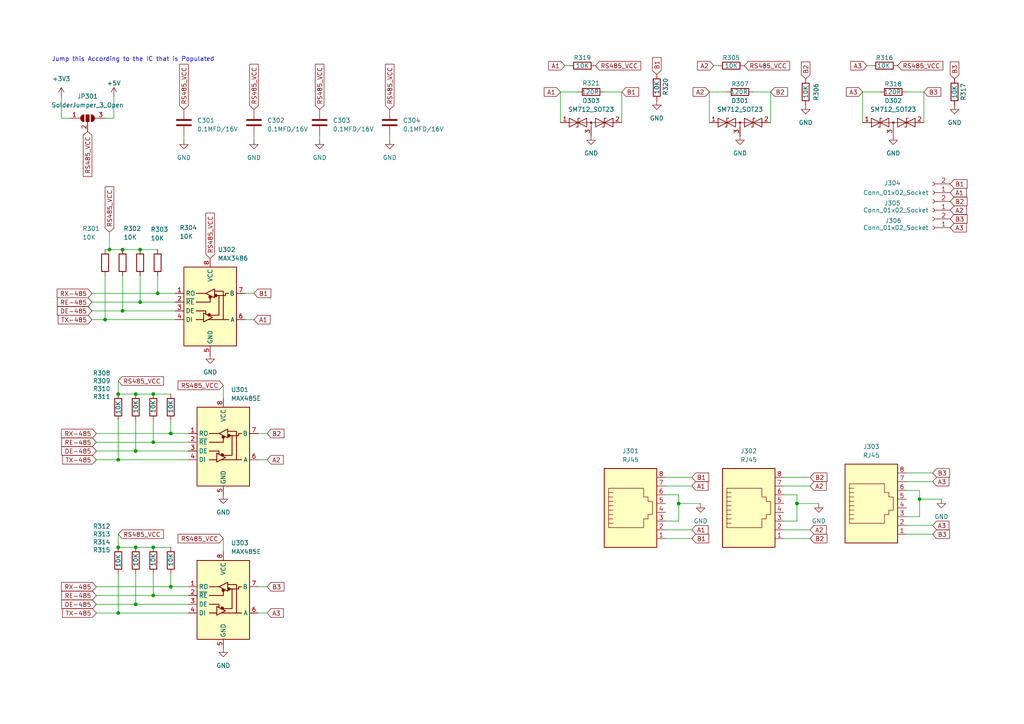
<source format=kicad_sch>
(kicad_sch (version 20231120) (generator "eeschema") (generator_version "8.0")
  (paper "A4")
  (lib_symbols
    (symbol "Connector:Conn_01x02_Socket" (pin_names (offset 1.016) hide)
      (property "Reference" "J" (at 0 2.54 0))
      (property "Value" "Conn_01x02_Socket" (at 0 -5.08 0))
      (symbol "Conn_01x02_Socket_1_1"
        (arc (start 0 -2.032) (mid -0.5058 -2.54) (end 0 -3.048) (stroke (width 0.1524)))
        (polyline (pts (xy -1.27 -2.54) (xy -0.508 -2.54)) (stroke (width 0.1524)))
        (polyline (pts (xy -1.27 0) (xy -0.508 0)) (stroke (width 0.1524)))
        (arc (start 0 0.508) (mid -0.5058 0) (end 0 -0.508) (stroke (width 0.1524)))
        (pin passive line (at -5.08 0 0) (length 3.81) (name "Pin_1") (number "1"))
        (pin passive line (at -5.08 -2.54 0) (length 3.81) (name "Pin_2") (number "2"))
      )
    )
    (symbol "Connector:RJ45" (pin_names (offset 1.016))
      (property "Reference" "J" (at -5.08 13.97 0))
      (property "Value" "RJ45" (at 2.54 13.97 0))
      (symbol "RJ45_0_1"
        (polyline (pts (xy -5.08 4.445) (xy -6.35 4.445)))
        (polyline (pts (xy -5.08 5.715) (xy -6.35 5.715)))
        (polyline (pts (xy -6.35 -3.175) (xy -5.08 -3.175) (xy -5.08 -3.175)))
        (polyline (pts (xy -6.35 -1.905) (xy -5.08 -1.905) (xy -5.08 -1.905)))
        (polyline (pts (xy -6.35 -0.635) (xy -5.08 -0.635) (xy -5.08 -0.635)))
        (polyline (pts (xy -6.35 0.635) (xy -5.08 0.635) (xy -5.08 0.635)))
        (polyline (pts (xy -6.35 1.905) (xy -5.08 1.905) (xy -5.08 1.905)))
        (polyline (pts (xy -5.08 3.175) (xy -6.35 3.175) (xy -6.35 3.175)))
        (polyline (pts (xy -6.35 -4.445) (xy -6.35 6.985) (xy 3.81 6.985) (xy 3.81 4.445) (xy 5.08 4.445) (xy 5.08 3.175) (xy 6.35 3.175) (xy 6.35 -0.635) (xy 5.08 -0.635) (xy 5.08 -1.905) (xy 3.81 -1.905) (xy 3.81 -4.445) (xy -6.35 -4.445) (xy -6.35 -4.445)))
        (rectangle (start 7.62 12.7) (end -7.62 -10.16) (stroke (width 0.254)) (fill (type background)))
      )
      (symbol "RJ45_1_1"
        (pin passive line (at 10.16 -7.62 180) (length 2.54) (name "~") (number "1"))
        (pin passive line (at 10.16 -5.08 180) (length 2.54) (name "~") (number "2"))
        (pin passive line (at 10.16 -2.54 180) (length 2.54) (name "~") (number "3"))
        (pin passive line (at 10.16 0 180) (length 2.54) (name "~") (number "4"))
        (pin passive line (at 10.16 2.54 180) (length 2.54) (name "~") (number "5"))
        (pin passive line (at 10.16 5.08 180) (length 2.54) (name "~") (number "6"))
        (pin passive line (at 10.16 7.62 180) (length 2.54) (name "~") (number "7"))
        (pin passive line (at 10.16 10.16 180) (length 2.54) (name "~") (number "8"))
      )
    )
    (symbol "Device:C" (pin_numbers hide) (pin_names (offset 0.254))
      (property "Reference" "C" (at 0.635 2.54 0))
      (property "Value" "C" (at 0.635 -2.54 0))
      (symbol "C_0_1"
        (polyline (pts (xy -2.032 -0.762) (xy 2.032 -0.762)) (stroke (width 0.508)))
        (polyline (pts (xy -2.032 0.762) (xy 2.032 0.762)) (stroke (width 0.508)))
      )
      (symbol "C_1_1"
        (pin passive line (at 0 3.81 270) (length 2.794) (name "~") (number "1"))
        (pin passive line (at 0 -3.81 90) (length 2.794) (name "~") (number "2"))
      )
    )
    (symbol "Device:R" (pin_numbers hide) (pin_names (offset 0))
      (property "Reference" "R" (at 2.032 0 90))
      (property "Value" "R" (at 0 0 90))
      (symbol "R_0_1"
        (rectangle (start -1.016 -2.54) (end 1.016 2.54) (stroke (width 0.254)))
      )
      (symbol "R_1_1"
        (pin passive line (at 0 3.81 270) (length 1.27) (name "~") (number "1"))
        (pin passive line (at 0 -3.81 90) (length 1.27) (name "~") (number "2"))
      )
    )
    (symbol "Diode:SM712_SOT23" (pin_names (offset 1.016) hide)
      (property "Reference" "D" (at 0 4.445 0))
      (property "Value" "SM712_SOT23" (at 0 2.54 0))
      (symbol "SM712_SOT23_0_0"
        (polyline (pts (xy 0 -1.27) (xy 0 0)))
      )
      (symbol "SM712_SOT23_0_1"
        (polyline (pts (xy -6.35 0) (xy 6.35 0)))
        (polyline (pts (xy -3.302 1.27) (xy -3.81 1.27) (xy -3.81 -1.27) (xy -4.318 -1.27)) (stroke (width 0.2032)))
        (polyline (pts (xy 4.318 1.27) (xy 3.81 1.27) (xy 3.81 -1.27) (xy 3.302 -1.27)) (stroke (width 0.2032)))
        (polyline (pts (xy -6.35 -1.27) (xy -1.27 1.27) (xy -1.27 -1.27) (xy -6.35 1.27) (xy -6.35 -1.27)) (stroke (width 0.2032)))
        (polyline (pts (xy 1.27 -1.27) (xy 1.27 1.27) (xy 6.35 -1.27) (xy 6.35 1.27) (xy 1.27 -1.27)) (stroke (width 0.2032)))
        (circle (center 0 0) (radius 0.254) (fill (type outline)))
      )
      (symbol "SM712_SOT23_1_1"
        (pin passive line (at -8.89 0 0) (length 2.54) (name "A1") (number "1"))
        (pin passive line (at 8.89 0 180) (length 2.54) (name "A2") (number "2"))
        (pin input line (at 0 -3.81 90) (length 2.54) (name "common") (number "3"))
      )
    )
    (symbol "Interface_UART:MAX3486"
      (property "Reference" "U" (at -6.096 11.43 0))
      (property "Value" "MAX3486" (at 0.762 11.43 0))
      (symbol "MAX3486_0_1"
        (rectangle (start -7.62 10.16) (end 7.62 -12.7) (stroke (width 0.254)) (fill (type background)))
        (circle (center -0.3048 -3.683) (radius 0.3556) (stroke (width 0.254)) (fill (type outline)))
        (circle (center -0.0254 1.4986) (radius 0.3556) (stroke (width 0.254)) (fill (type outline)))
        (polyline (pts (xy -4.064 -5.08) (xy -1.905 -5.08)) (stroke (width 0.254)))
        (polyline (pts (xy -4.064 2.54) (xy -1.27 2.54)) (stroke (width 0.254)))
        (polyline (pts (xy -1.27 -3.2004) (xy -1.27 -3.4544)) (stroke (width 0.254)))
        (polyline (pts (xy -0.635 -5.08) (xy 5.334 -5.08)) (stroke (width 0.254)))
        (polyline (pts (xy -4.064 -2.54) (xy -1.27 -2.54) (xy -1.27 -3.175)) (stroke (width 0.254)))
        (polyline (pts (xy 0 1.27) (xy 0 0) (xy -4.064 0)) (stroke (width 0.254)))
        (polyline (pts (xy 1.27 3.175) (xy 3.81 3.175) (xy 3.81 -5.08)) (stroke (width 0.254)))
        (polyline (pts (xy 2.54 1.905) (xy 2.54 -3.81) (xy 0 -3.81)) (stroke (width 0.254)))
        (polyline (pts (xy -1.905 -3.175) (xy -1.905 -5.715) (xy 0.635 -4.445) (xy -1.905 -3.175)) (stroke (width 0.254)))
        (polyline (pts (xy -1.27 2.54) (xy 1.27 3.81) (xy 1.27 1.27) (xy -1.27 2.54)) (stroke (width 0.254)))
        (polyline (pts (xy 1.905 1.905) (xy 4.445 1.905) (xy 4.445 2.54) (xy 5.334 2.54)) (stroke (width 0.254)))
        (rectangle (start 1.27 3.175) (end 1.27 3.175))
        (circle (center 1.651 1.905) (radius 0.3556) (stroke (width 0.254)) (fill (type outline)))
      )
      (symbol "MAX3486_1_1"
        (pin output line (at -10.16 2.54 0) (length 2.54) (name "RO") (number "1"))
        (pin input line (at -10.16 0 0) (length 2.54) (name "~{RE}") (number "2"))
        (pin input line (at -10.16 -2.54 0) (length 2.54) (name "DE") (number "3"))
        (pin input line (at -10.16 -5.08 0) (length 2.54) (name "DI") (number "4"))
        (pin power_in line (at 0 -15.24 90) (length 2.54) (name "GND") (number "5"))
        (pin bidirectional line (at 10.16 -5.08 180) (length 2.54) (name "A") (number "6"))
        (pin bidirectional line (at 10.16 2.54 180) (length 2.54) (name "B") (number "7"))
        (pin power_in line (at 0 12.7 270) (length 2.54) (name "VCC") (number "8"))
      )
    )
    (symbol "Interface_UART:MAX485E"
      (property "Reference" "U" (at -6.096 11.43 0))
      (property "Value" "MAX485E" (at 0.762 11.43 0))
      (symbol "MAX485E_0_1"
        (rectangle (start -7.62 10.16) (end 7.62 -12.7) (stroke (width 0.254)) (fill (type background)))
        (circle (center -0.3048 -3.683) (radius 0.3556) (stroke (width 0.254)) (fill (type outline)))
        (circle (center -0.0254 1.4986) (radius 0.3556) (stroke (width 0.254)) (fill (type outline)))
        (polyline (pts (xy -4.064 -5.08) (xy -1.905 -5.08)) (stroke (width 0.254)))
        (polyline (pts (xy -4.064 2.54) (xy -1.27 2.54)) (stroke (width 0.254)))
        (polyline (pts (xy -1.27 -3.2004) (xy -1.27 -3.4544)) (stroke (width 0.254)))
        (polyline (pts (xy -0.635 -5.08) (xy 5.334 -5.08)) (stroke (width 0.254)))
        (polyline (pts (xy -4.064 -2.54) (xy -1.27 -2.54) (xy -1.27 -3.175)) (stroke (width 0.254)))
        (polyline (pts (xy 0 1.27) (xy 0 0) (xy -4.064 0)) (stroke (width 0.254)))
        (polyline (pts (xy 1.27 3.175) (xy 3.81 3.175) (xy 3.81 -5.08)) (stroke (width 0.254)))
        (polyline (pts (xy 2.54 1.905) (xy 2.54 -3.81) (xy 0 -3.81)) (stroke (width 0.254)))
        (polyline (pts (xy -1.905 -3.175) (xy -1.905 -5.715) (xy 0.635 -4.445) (xy -1.905 -3.175)) (stroke (width 0.254)))
        (polyline (pts (xy -1.27 2.54) (xy 1.27 3.81) (xy 1.27 1.27) (xy -1.27 2.54)) (stroke (width 0.254)))
        (polyline (pts (xy 1.905 1.905) (xy 4.445 1.905) (xy 4.445 2.54) (xy 5.334 2.54)) (stroke (width 0.254)))
        (rectangle (start 1.27 3.175) (end 1.27 3.175))
        (circle (center 1.651 1.905) (radius 0.3556) (stroke (width 0.254)) (fill (type outline)))
      )
      (symbol "MAX485E_1_1"
        (pin output line (at -10.16 2.54 0) (length 2.54) (name "RO") (number "1"))
        (pin input line (at -10.16 0 0) (length 2.54) (name "~{RE}") (number "2"))
        (pin input line (at -10.16 -2.54 0) (length 2.54) (name "DE") (number "3"))
        (pin input line (at -10.16 -5.08 0) (length 2.54) (name "DI") (number "4"))
        (pin power_in line (at 0 -15.24 90) (length 2.54) (name "GND") (number "5"))
        (pin bidirectional line (at 10.16 -5.08 180) (length 2.54) (name "A") (number "6"))
        (pin bidirectional line (at 10.16 2.54 180) (length 2.54) (name "B") (number "7"))
        (pin power_in line (at 0 12.7 270) (length 2.54) (name "VCC") (number "8"))
      )
    )
    (symbol "Jumper:SolderJumper_3_Open" (pin_names (offset 0) hide) (exclude_from_sim yes) (in_bom no)
      (property "Reference" "JP" (at -2.54 -2.54 0))
      (property "Value" "SolderJumper_3_Open" (at 0 2.794 0))
      (symbol "SolderJumper_3_Open_0_1"
        (arc (start -1.016 1.016) (mid -2.0276 0) (end -1.016 -1.016))
        (arc (start -1.016 1.016) (mid -2.0276 0) (end -1.016 -1.016) (fill (type outline)))
        (rectangle (start -0.508 1.016) (end 0.508 -1.016) (fill (type outline)))
        (polyline (pts (xy -2.54 0) (xy -2.032 0)))
        (polyline (pts (xy -1.016 1.016) (xy -1.016 -1.016)))
        (polyline (pts (xy 0 -1.27) (xy 0 -1.016)))
        (polyline (pts (xy 1.016 1.016) (xy 1.016 -1.016)))
        (polyline (pts (xy 2.54 0) (xy 2.032 0)))
        (arc (start 1.016 -1.016) (mid 2.0276 0) (end 1.016 1.016))
        (arc (start 1.016 -1.016) (mid 2.0276 0) (end 1.016 1.016) (fill (type outline)))
      )
      (symbol "SolderJumper_3_Open_1_1"
        (pin passive line (at -5.08 0 0) (length 2.54) (name "A") (number "1"))
        (pin passive line (at 0 -3.81 90) (length 2.54) (name "C") (number "2"))
        (pin passive line (at 5.08 0 180) (length 2.54) (name "B") (number "3"))
      )
    )
    (symbol "power:+3V3" (power) (pin_numbers hide) (pin_names (offset 0) hide)
      (property "Value" "+3V3" (at 0 3.556 0))
      (symbol "+3V3_0_1"
        (polyline (pts (xy -0.762 1.27) (xy 0 2.54)))
        (polyline (pts (xy 0 0) (xy 0 2.54)))
        (polyline (pts (xy 0 2.54) (xy 0.762 1.27)))
      )
      (symbol "+3V3_1_1"
        (pin power_in line (at 0 0 90) (length 0) (name "~") (number "1"))
      )
    )
    (symbol "power:+5V" (power) (pin_numbers hide) (pin_names (offset 0) hide)
      (property "Value" "+5V" (at 0 3.556 0))
      (symbol "+5V_0_1"
        (polyline (pts (xy -0.762 1.27) (xy 0 2.54)))
        (polyline (pts (xy 0 0) (xy 0 2.54)))
        (polyline (pts (xy 0 2.54) (xy 0.762 1.27)))
      )
      (symbol "+5V_1_1"
        (pin power_in line (at 0 0 90) (length 0) (name "~") (number "1"))
      )
    )
    (symbol "power:GND" (power) (pin_numbers hide) (pin_names (offset 0) hide)
      (property "Value" "GND" (at 0 -3.81 0))
      (symbol "GND_0_1"
        (polyline (pts (xy 0 0) (xy 0 -1.27) (xy 1.27 -1.27) (xy 0 -2.54) (xy -1.27 -1.27) (xy 0 -1.27)))
      )
      (symbol "GND_1_1"
        (pin power_in line (at 0 0 270) (length 0) (name "~") (number "1"))
      )
    )
  )
  (junction (at 40.64 72.39))
  (junction (at 34.29 158.75))
  (junction (at 31.75 72.39))
  (junction (at 39.37 175.26))
  (junction (at 44.45 158.75))
  (junction (at 231.14 146.05))
  (junction (at 30.48 92.71))
  (junction (at 34.29 177.8))
  (junction (at 35.56 72.39))
  (junction (at 44.45 172.72))
  (junction (at 35.56 90.17))
  (junction (at 39.37 158.75))
  (junction (at 196.85 146.05))
  (junction (at 49.53 170.18))
  (junction (at 266.7 144.78))
  (junction (at 44.45 114.3))
  (junction (at 45.72 85.09))
  (junction (at 40.64 87.63))
  (junction (at 39.37 114.3))
  (junction (at 39.37 130.81))
  (junction (at 34.29 133.35))
  (junction (at 44.45 128.27))
  (junction (at 34.29 114.3))
  (junction (at 49.53 125.73))
  (wire (pts (xy 231.14 146.05) (xy 231.14 151.13)))
  (wire (pts (xy 39.37 175.26) (xy 54.61 175.26)))
  (wire (pts (xy 34.29 177.8) (xy 54.61 177.8)))
  (wire (pts (xy 49.53 125.73) (xy 54.61 125.73)))
  (wire (pts (xy 30.48 80.01) (xy 30.48 92.71)))
  (wire (pts (xy 73.66 39.37) (xy 73.66 40.64)))
  (wire (pts (xy 33.02 27.94) (xy 33.02 34.29)))
  (wire (pts (xy 27.94 128.27) (xy 44.45 128.27)))
  (wire (pts (xy 17.78 27.94) (xy 17.78 34.29)))
  (wire (pts (xy 34.29 133.35) (xy 54.61 133.35)))
  (wire (pts (xy 113.03 39.37) (xy 113.03 40.64)))
  (wire (pts (xy 35.56 72.39) (xy 40.64 72.39)))
  (wire (pts (xy 40.64 87.63) (xy 50.8 87.63)))
  (wire (pts (xy 193.04 143.51) (xy 196.85 143.51)))
  (wire (pts (xy 267.97 26.67) (xy 267.97 35.56)))
  (wire (pts (xy 26.67 85.09) (xy 45.72 85.09)))
  (wire (pts (xy 205.74 26.67) (xy 205.74 35.56)))
  (wire (pts (xy 162.56 26.67) (xy 167.64 26.67)))
  (wire (pts (xy 31.75 67.31) (xy 31.75 72.39)))
  (wire (pts (xy 196.85 143.51) (xy 196.85 146.05)))
  (wire (pts (xy 27.94 170.18) (xy 49.53 170.18)))
  (wire (pts (xy 26.67 90.17) (xy 35.56 90.17)))
  (wire (pts (xy 49.53 170.18) (xy 54.61 170.18)))
  (wire (pts (xy 31.75 72.39) (xy 35.56 72.39)))
  (wire (pts (xy 26.67 87.63) (xy 40.64 87.63)))
  (wire (pts (xy 27.94 130.81) (xy 39.37 130.81)))
  (wire (pts (xy 74.93 133.35) (xy 77.47 133.35)))
  (wire (pts (xy 44.45 121.92) (xy 44.45 128.27)))
  (wire (pts (xy 231.14 143.51) (xy 231.14 146.05)))
  (wire (pts (xy 44.45 158.75) (xy 49.53 158.75)))
  (wire (pts (xy 34.29 154.94) (xy 34.29 158.75)))
  (wire (pts (xy 262.89 154.94) (xy 270.51 154.94)))
  (wire (pts (xy 227.33 151.13) (xy 231.14 151.13)))
  (wire (pts (xy 193.04 140.97) (xy 200.66 140.97)))
  (wire (pts (xy 30.48 72.39) (xy 31.75 72.39)))
  (wire (pts (xy 27.94 125.73) (xy 49.53 125.73)))
  (wire (pts (xy 262.89 137.16) (xy 270.51 137.16)))
  (wire (pts (xy 53.34 39.37) (xy 53.34 40.64)))
  (wire (pts (xy 64.77 111.76) (xy 64.77 115.57)))
  (wire (pts (xy 44.45 172.72) (xy 54.61 172.72)))
  (wire (pts (xy 34.29 114.3) (xy 39.37 114.3)))
  (wire (pts (xy 227.33 143.51) (xy 231.14 143.51)))
  (wire (pts (xy 40.64 80.01) (xy 40.64 87.63)))
  (wire (pts (xy 35.56 90.17) (xy 50.8 90.17)))
  (wire (pts (xy 162.56 26.67) (xy 162.56 35.56)))
  (wire (pts (xy 39.37 158.75) (xy 44.45 158.75)))
  (wire (pts (xy 64.77 156.21) (xy 64.77 160.02)))
  (wire (pts (xy 33.02 34.29) (xy 30.48 34.29)))
  (wire (pts (xy 34.29 110.49) (xy 34.29 114.3)))
  (wire (pts (xy 205.74 26.67) (xy 210.82 26.67)))
  (wire (pts (xy 45.72 85.09) (xy 50.8 85.09)))
  (wire (pts (xy 40.64 72.39) (xy 45.72 72.39)))
  (wire (pts (xy 262.89 152.4) (xy 270.51 152.4)))
  (wire (pts (xy 49.53 166.37) (xy 49.53 170.18)))
  (wire (pts (xy 193.04 156.21) (xy 200.66 156.21)))
  (wire (pts (xy 196.85 146.05) (xy 196.85 151.13)))
  (wire (pts (xy 74.93 125.73) (xy 77.47 125.73)))
  (wire (pts (xy 39.37 114.3) (xy 44.45 114.3)))
  (wire (pts (xy 180.34 26.67) (xy 180.34 35.56)))
  (wire (pts (xy 44.45 114.3) (xy 49.53 114.3)))
  (wire (pts (xy 17.78 34.29) (xy 20.32 34.29)))
  (wire (pts (xy 27.94 172.72) (xy 44.45 172.72)))
  (wire (pts (xy 266.7 144.78) (xy 266.7 149.86)))
  (wire (pts (xy 27.94 133.35) (xy 34.29 133.35)))
  (wire (pts (xy 227.33 156.21) (xy 234.95 156.21)))
  (wire (pts (xy 250.19 26.67) (xy 250.19 35.56)))
  (wire (pts (xy 266.7 142.24) (xy 266.7 144.78)))
  (wire (pts (xy 27.94 177.8) (xy 34.29 177.8)))
  (wire (pts (xy 39.37 130.81) (xy 54.61 130.81)))
  (wire (pts (xy 227.33 153.67) (xy 234.95 153.67)))
  (wire (pts (xy 227.33 138.43) (xy 234.95 138.43)))
  (wire (pts (xy 218.44 26.67) (xy 223.52 26.67)))
  (wire (pts (xy 193.04 153.67) (xy 200.66 153.67)))
  (wire (pts (xy 262.89 139.7) (xy 270.51 139.7)))
  (wire (pts (xy 203.2 146.05) (xy 196.85 146.05)))
  (wire (pts (xy 44.45 128.27) (xy 54.61 128.27)))
  (wire (pts (xy 262.89 142.24) (xy 266.7 142.24)))
  (wire (pts (xy 45.72 80.01) (xy 45.72 85.09)))
  (wire (pts (xy 71.12 85.09) (xy 73.66 85.09)))
  (wire (pts (xy 227.33 140.97) (xy 234.95 140.97)))
  (wire (pts (xy 250.19 26.67) (xy 255.27 26.67)))
  (wire (pts (xy 34.29 121.92) (xy 34.29 133.35)))
  (wire (pts (xy 193.04 151.13) (xy 196.85 151.13)))
  (wire (pts (xy 44.45 166.37) (xy 44.45 172.72)))
  (wire (pts (xy 251.46 19.05) (xy 252.73 19.05)))
  (wire (pts (xy 39.37 166.37) (xy 39.37 175.26)))
  (wire (pts (xy 207.01 19.05) (xy 208.28 19.05)))
  (wire (pts (xy 273.05 144.78) (xy 266.7 144.78)))
  (wire (pts (xy 49.53 121.92) (xy 49.53 125.73)))
  (wire (pts (xy 92.71 39.37) (xy 92.71 40.64)))
  (wire (pts (xy 237.49 146.05) (xy 231.14 146.05)))
  (wire (pts (xy 71.12 92.71) (xy 73.66 92.71)))
  (wire (pts (xy 262.89 149.86) (xy 266.7 149.86)))
  (wire (pts (xy 262.89 26.67) (xy 267.97 26.67)))
  (wire (pts (xy 34.29 166.37) (xy 34.29 177.8)))
  (wire (pts (xy 26.67 92.71) (xy 30.48 92.71)))
  (wire (pts (xy 175.26 26.67) (xy 180.34 26.67)))
  (wire (pts (xy 30.48 92.71) (xy 50.8 92.71)))
  (wire (pts (xy 74.93 170.18) (xy 77.47 170.18)))
  (wire (pts (xy 27.94 175.26) (xy 39.37 175.26)))
  (wire (pts (xy 34.29 158.75) (xy 39.37 158.75)))
  (wire (pts (xy 74.93 177.8) (xy 77.47 177.8)))
  (wire (pts (xy 39.37 121.92) (xy 39.37 130.81)))
  (wire (pts (xy 223.52 26.67) (xy 223.52 35.56)))
  (wire (pts (xy 35.56 80.01) (xy 35.56 90.17)))
  (wire (pts (xy 193.04 138.43) (xy 200.66 138.43)))
  (wire (pts (xy 163.83 19.05) (xy 165.1 19.05)))
  (text "Jump this According to the IC that is Populated" (at 38.608 17.272 0) (effects (font (size 1.27 1.27))))
  (global_label "TX-485" (shape input) (at 27.94 133.35 180) (property "Intersheetrefs" "${INTERSHEET_REFS}" (effects (hide yes))))
  (global_label "B1" (shape input) (at 275.59 53.34 0) (property "Intersheetrefs" "${INTERSHEET_REFS}" (effects (hide yes))))
  (global_label "RX-485" (shape input) (at 27.94 125.73 180) (property "Intersheetrefs" "${INTERSHEET_REFS}" (effects (hide yes))))
  (global_label "A3" (shape input) (at 251.46 19.05 180) (property "Intersheetrefs" "${INTERSHEET_REFS}" (effects (hide yes))))
  (global_label "DE-485" (shape input) (at 27.94 175.26 180) (property "Intersheetrefs" "${INTERSHEET_REFS}" (effects (hide yes))))
  (global_label "RS485_VCC" (shape input) (at 113.03 31.75 90) (property "Intersheetrefs" "${INTERSHEET_REFS}" (effects (hide yes))))
  (global_label "RS485_VCC" (shape input) (at 92.71 31.75 90) (property "Intersheetrefs" "${INTERSHEET_REFS}" (effects (hide yes))))
  (global_label "RE-485" (shape input) (at 26.67 87.63 180) (property "Intersheetrefs" "${INTERSHEET_REFS}" (effects (hide yes))))
  (global_label "B2" (shape input) (at 77.47 125.73 0) (property "Intersheetrefs" "${INTERSHEET_REFS}" (effects (hide yes))))
  (global_label "A3" (shape input) (at 77.47 177.8 0) (property "Intersheetrefs" "${INTERSHEET_REFS}" (effects (hide yes))))
  (global_label "A1" (shape input) (at 163.83 19.05 180) (property "Intersheetrefs" "${INTERSHEET_REFS}" (effects (hide yes))))
  (global_label "A1" (shape input) (at 200.66 153.67 0) (property "Intersheetrefs" "${INTERSHEET_REFS}" (effects (hide yes))))
  (global_label "B2" (shape input) (at 233.68 22.86 90) (property "Intersheetrefs" "${INTERSHEET_REFS}" (effects (hide yes))))
  (global_label "RS485_VCC" (shape input) (at 260.35 19.05 0) (property "Intersheetrefs" "${INTERSHEET_REFS}" (effects (hide yes))))
  (global_label "B1" (shape input) (at 200.66 138.43 0) (property "Intersheetrefs" "${INTERSHEET_REFS}" (effects (hide yes))))
  (global_label "B3" (shape input) (at 270.51 137.16 0) (property "Intersheetrefs" "${INTERSHEET_REFS}" (effects (hide yes))))
  (global_label "B2" (shape input) (at 234.95 156.21 0) (property "Intersheetrefs" "${INTERSHEET_REFS}" (effects (hide yes))))
  (global_label "DE-485" (shape input) (at 26.67 90.17 180) (property "Intersheetrefs" "${INTERSHEET_REFS}" (effects (hide yes))))
  (global_label "RS485_VCC" (shape input) (at 172.72 19.05 0) (property "Intersheetrefs" "${INTERSHEET_REFS}" (effects (hide yes))))
  (global_label "A3" (shape input) (at 270.51 139.7 0) (property "Intersheetrefs" "${INTERSHEET_REFS}" (effects (hide yes))))
  (global_label "RS485_VCC" (shape input) (at 34.29 154.94 0) (property "Intersheetrefs" "${INTERSHEET_REFS}" (effects (hide yes))))
  (global_label "A2" (shape input) (at 205.74 26.67 180) (property "Intersheetrefs" "${INTERSHEET_REFS}" (effects (hide yes))))
  (global_label "RS485_VCC" (shape input) (at 53.34 31.75 90) (property "Intersheetrefs" "${INTERSHEET_REFS}" (effects (hide yes))))
  (global_label "A3" (shape input) (at 270.51 152.4 0) (property "Intersheetrefs" "${INTERSHEET_REFS}" (effects (hide yes))))
  (global_label "B3" (shape input) (at 275.59 63.5 0) (property "Intersheetrefs" "${INTERSHEET_REFS}" (effects (hide yes))))
  (global_label "RS485_VCC" (shape input) (at 73.66 31.75 90) (property "Intersheetrefs" "${INTERSHEET_REFS}" (effects (hide yes))))
  (global_label "B2" (shape input) (at 234.95 138.43 0) (property "Intersheetrefs" "${INTERSHEET_REFS}" (effects (hide yes))))
  (global_label "A3" (shape input) (at 250.19 26.67 180) (property "Intersheetrefs" "${INTERSHEET_REFS}" (effects (hide yes))))
  (global_label "A2" (shape input) (at 234.95 153.67 0) (property "Intersheetrefs" "${INTERSHEET_REFS}" (effects (hide yes))))
  (global_label "RS485_VCC" (shape input) (at 64.77 111.76 180) (property "Intersheetrefs" "${INTERSHEET_REFS}" (effects (hide yes))))
  (global_label "B1" (shape input) (at 190.5 21.59 90) (property "Intersheetrefs" "${INTERSHEET_REFS}" (effects (hide yes))))
  (global_label "A1" (shape input) (at 275.59 55.88 0) (property "Intersheetrefs" "${INTERSHEET_REFS}" (effects (hide yes))))
  (global_label "A2" (shape input) (at 207.01 19.05 180) (property "Intersheetrefs" "${INTERSHEET_REFS}" (effects (hide yes))))
  (global_label "B3" (shape input) (at 276.86 22.86 90) (property "Intersheetrefs" "${INTERSHEET_REFS}" (effects (hide yes))))
  (global_label "RS485_VCC" (shape input) (at 31.75 67.31 90) (property "Intersheetrefs" "${INTERSHEET_REFS}" (effects (hide yes))))
  (global_label "RX-485" (shape input) (at 27.94 170.18 180) (property "Intersheetrefs" "${INTERSHEET_REFS}" (effects (hide yes))))
  (global_label "RS485_VCC" (shape input) (at 25.4 38.1 270) (property "Intersheetrefs" "${INTERSHEET_REFS}" (effects (hide yes))))
  (global_label "A2" (shape input) (at 234.95 140.97 0) (property "Intersheetrefs" "${INTERSHEET_REFS}" (effects (hide yes))))
  (global_label "B1" (shape input) (at 73.66 85.09 0) (property "Intersheetrefs" "${INTERSHEET_REFS}" (effects (hide yes))))
  (global_label "A2" (shape input) (at 77.47 133.35 0) (property "Intersheetrefs" "${INTERSHEET_REFS}" (effects (hide yes))))
  (global_label "B1" (shape input) (at 200.66 156.21 0) (property "Intersheetrefs" "${INTERSHEET_REFS}" (effects (hide yes))))
  (global_label "RE-485" (shape input) (at 27.94 128.27 180) (property "Intersheetrefs" "${INTERSHEET_REFS}" (effects (hide yes))))
  (global_label "A2" (shape input) (at 275.59 60.96 0) (property "Intersheetrefs" "${INTERSHEET_REFS}" (effects (hide yes))))
  (global_label "DE-485" (shape input) (at 27.94 130.81 180) (property "Intersheetrefs" "${INTERSHEET_REFS}" (effects (hide yes))))
  (global_label "RE-485" (shape input) (at 27.94 172.72 180) (property "Intersheetrefs" "${INTERSHEET_REFS}" (effects (hide yes))))
  (global_label "B3" (shape input) (at 270.51 154.94 0) (property "Intersheetrefs" "${INTERSHEET_REFS}" (effects (hide yes))))
  (global_label "RX-485" (shape input) (at 26.67 85.09 180) (property "Intersheetrefs" "${INTERSHEET_REFS}" (effects (hide yes))))
  (global_label "A1" (shape input) (at 200.66 140.97 0) (property "Intersheetrefs" "${INTERSHEET_REFS}" (effects (hide yes))))
  (global_label "A3" (shape input) (at 275.59 66.04 0) (property "Intersheetrefs" "${INTERSHEET_REFS}" (effects (hide yes))))
  (global_label "B1" (shape input) (at 180.34 26.67 0) (property "Intersheetrefs" "${INTERSHEET_REFS}" (effects (hide yes))))
  (global_label "RS485_VCC" (shape input) (at 34.29 110.49 0) (property "Intersheetrefs" "${INTERSHEET_REFS}" (effects (hide yes))))
  (global_label "A1" (shape input) (at 73.66 92.71 0) (property "Intersheetrefs" "${INTERSHEET_REFS}" (effects (hide yes))))
  (global_label "B3" (shape input) (at 77.47 170.18 0) (property "Intersheetrefs" "${INTERSHEET_REFS}" (effects (hide yes))))
  (global_label "A1" (shape input) (at 162.56 26.67 180) (property "Intersheetrefs" "${INTERSHEET_REFS}" (effects (hide yes))))
  (global_label "RS485_VCC" (shape input) (at 60.96 74.93 90) (property "Intersheetrefs" "${INTERSHEET_REFS}" (effects (hide yes))))
  (global_label "TX-485" (shape input) (at 27.94 177.8 180) (property "Intersheetrefs" "${INTERSHEET_REFS}" (effects (hide yes))))
  (global_label "B3" (shape input) (at 267.97 26.67 0) (property "Intersheetrefs" "${INTERSHEET_REFS}" (effects (hide yes))))
  (global_label "RS485_VCC" (shape input) (at 64.77 156.21 180) (property "Intersheetrefs" "${INTERSHEET_REFS}" (effects (hide yes))))
  (global_label "B2" (shape input) (at 275.59 58.42 0) (property "Intersheetrefs" "${INTERSHEET_REFS}" (effects (hide yes))))
  (global_label "TX-485" (shape input) (at 26.67 92.71 180) (property "Intersheetrefs" "${INTERSHEET_REFS}" (effects (hide yes))))
  (global_label "RS485_VCC" (shape input) (at 215.9 19.05 0) (property "Intersheetrefs" "${INTERSHEET_REFS}" (effects (hide yes))))
  (global_label "B2" (shape input) (at 223.52 26.67 0) (property "Intersheetrefs" "${INTERSHEET_REFS}" (effects (hide yes))))
  (symbol (lib_id "Device:R") (at 45.72 76.2 180) (unit 1)
    (property "Reference" "R304" (at 52.07 66.04 0) (effects (justify right)))
    (property "Value" "10K" (at 52.07 68.58 0) (effects (justify right)))
    (property "Footprint" "Resistor_SMD:R_0603_1608Metric_Pad0.98x0.95mm_HandSolder" (effects (hide yes)))
  )
  (symbol (lib_id "Device:R") (at 44.45 162.56 180) (unit 1)
    (property "Reference" "R314" (at 26.924 157.226 0) (effects (justify right)))
    (property "Value" "10K" (at 44.45 164.338 90) (effects (justify right)))
    (property "Footprint" "Resistor_SMD:R_0603_1608Metric_Pad0.98x0.95mm_HandSolder" (effects (hide yes)))
  )
  (symbol (lib_id "Device:C") (at 92.71 35.56 0) (unit 1)
    (property "Reference" "C303" (at 96.52 34.925 0) (effects (justify left)))
    (property "Value" "0.1MFD/16V" (at 96.52 37.465 0) (effects (justify left)))
    (property "Footprint" "Capacitor_SMD:C_0603_1608Metric_Pad1.08x0.95mm_HandSolder" (effects (hide yes)))
  )
  (symbol (lib_id "power:GND") (at 64.77 187.96 0) (unit 1)
    (property "Reference" "#PWR0312" (effects (hide yes)))
    (property "Value" "GND" (at 64.77 193.04 0))
    (property "Description" "Power symbol creates a global label with name \"GND\" , ground" (effects (hide yes)))
  )
  (symbol (lib_id "power:GND") (at 214.63 39.37 0) (unit 1)
    (property "Reference" "#PWR0311" (effects (hide yes)))
    (property "Value" "GND" (at 214.63 44.45 0))
    (property "Description" "Power symbol creates a global label with name \"GND\" , ground" (effects (hide yes)))
  )
  (symbol (lib_id "Connector:Conn_01x02_Socket") (at 270.51 66.04 180) (unit 1)
    (property "Reference" "J306" (at 259.08 64.008 0))
    (property "Value" "Conn_01x02_Socket" (at 259.842 66.04 0))
    (property "Footprint" "Connector_Molex:Molex_KK-254_AE-6410-02A_1x02_P2.54mm_Vertical" (effects (hide yes)))
    (property "Description" "Generic connector, single row, 01x02, script generated" (effects (hide yes)))
  )
  (symbol (lib_id "power:+3V3") (at 17.78 27.94 0) (unit 1)
    (property "Reference" "#PWR0310" (effects (hide yes)))
    (property "Value" "+3V3" (at 17.78 22.86 0))
    (property "Description" "Power symbol creates a global label with name \"+3V3\"" (effects (hide yes)))
  )
  (symbol (lib_id "power:GND") (at 92.71 40.64 0) (unit 1)
    (property "Reference" "#PWR0306" (effects (hide yes)))
    (property "Value" "GND" (at 92.71 45.72 0))
  )
  (symbol (lib_id "Device:R") (at 44.45 118.11 180) (unit 1)
    (property "Reference" "R310" (at 26.924 112.776 0) (effects (justify right)))
    (property "Value" "10K" (at 44.45 119.888 90) (effects (justify right)))
    (property "Footprint" "Resistor_SMD:R_0603_1608Metric_Pad0.98x0.95mm_HandSolder" (effects (hide yes)))
  )
  (symbol (lib_id "Device:R") (at 233.68 26.67 0) (unit 1)
    (property "Reference" "R306" (at 236.728 26.67 90))
    (property "Value" "10K" (at 233.68 26.67 90))
    (property "Footprint" "Resistor_SMD:R_0603_1608Metric_Pad0.98x0.95mm_HandSolder" (effects (hide yes)))
  )
  (symbol (lib_id "Device:R") (at 34.29 118.11 180) (unit 1)
    (property "Reference" "R308" (at 26.924 108.204 0) (effects (justify right)))
    (property "Value" "10K" (at 34.29 120.142 90) (effects (justify right)))
    (property "Footprint" "Resistor_SMD:R_0603_1608Metric_Pad0.98x0.95mm_HandSolder" (effects (hide yes)))
  )
  (symbol (lib_id "Diode:SM712_SOT23") (at 214.63 35.56 0) (unit 1)
    (property "Reference" "D301" (at 214.63 29.21 0))
    (property "Value" "SM712_SOT23" (at 214.63 31.75 0))
    (property "Footprint" "Package_TO_SOT_SMD:SOT-23" (effects (hide yes)))
    (property "Datasheet" "https://www.littelfuse.com/~/media/electronics/datasheets/tvs_diode_arrays/littelfuse_tvs_diode_array_sm712_datasheet.pdf.pdf" (effects (hide yes)))
    (property "Description" "7V/12V, 600W Asymmetrical TVS Diode Array, SOT-23" (effects (hide yes)))
  )
  (symbol (lib_id "Interface_UART:MAX3486") (at 60.96 87.63 0) (unit 1)
    (property "Reference" "U302" (at 63.1541 72.39 0) (effects (justify left)))
    (property "Value" "MAX3486" (at 63.1541 74.93 0) (effects (justify left)))
    (property "Footprint" "Package_SO:SOIC-8_3.9x4.9mm_P1.27mm" (effects (hide yes)))
    (property "Datasheet" "https://datasheets.maximintegrated.com/en/ds/MAX3483-MAX3491.pdf" (effects (hide yes)))
    (property "Description" "True RS-485/RS-422, 2.5Mbps, Slew-Rate Limited, with low-power shutdown, with receiver/driver enable, 32 receiver drive capacitity, DIP-8 and SOIC-8" (effects (hide yes)))
  )
  (symbol (lib_id "Device:R") (at 168.91 19.05 90) (unit 1)
    (property "Reference" "R319" (at 168.91 16.764 90))
    (property "Value" "10K" (at 168.91 19.05 90))
    (property "Footprint" "Resistor_SMD:R_0603_1608Metric_Pad0.98x0.95mm_HandSolder" (effects (hide yes)))
  )
  (symbol (lib_id "Interface_UART:MAX485E") (at 64.77 172.72 0) (unit 1)
    (property "Reference" "U303" (at 66.9641 157.48 0) (effects (justify left)))
    (property "Value" "MAX485E" (at 66.9641 160.02 0) (effects (justify left)))
    (property "Footprint" "Package_DIP:DIP-8_W7.62mm_LongPads" (effects (hide yes)))
    (property "Datasheet" "https://datasheets.maximintegrated.com/en/ds/MAX1487E-MAX491E.pdf" (effects (hide yes)))
    (property "Description" "Half duplex RS-485/RS-422, 2.5 Mbps, ±15kV electro-static discharge (ESD) protection, no slew-rate, no low-power shutdown, with receiver/driver enable, 32 receiver drive capability, DIP-8 and SOIC-8" (effects (hide yes)))
  )
  (symbol (lib_id "power:GND") (at 203.2 146.05 0) (unit 1)
    (property "Reference" "#PWR0308" (effects (hide yes)))
    (property "Value" "GND" (at 203.2 151.13 0))
    (property "Description" "Power symbol creates a global label with name \"GND\" , ground" (effects (hide yes)))
  )
  (symbol (lib_id "Interface_UART:MAX485E") (at 64.77 128.27 0) (unit 1)
    (property "Reference" "U301" (at 66.9641 113.03 0) (effects (justify left)))
    (property "Value" "MAX485E" (at 66.9641 115.57 0) (effects (justify left)))
    (property "Footprint" "Package_DIP:DIP-8_W7.62mm_LongPads" (effects (hide yes)))
    (property "Datasheet" "https://datasheets.maximintegrated.com/en/ds/MAX1487E-MAX491E.pdf" (effects (hide yes)))
    (property "Description" "Half duplex RS-485/RS-422, 2.5 Mbps, ±15kV electro-static discharge (ESD) protection, no slew-rate, no low-power shutdown, with receiver/driver enable, 32 receiver drive capability, DIP-8 and SOIC-8" (effects (hide yes)))
  )
  (symbol (lib_id "Device:R") (at 49.53 162.56 180) (unit 1)
    (property "Reference" "R315" (at 26.924 159.512 0) (effects (justify right)))
    (property "Value" "10K" (at 49.53 164.338 90) (effects (justify right)))
    (property "Footprint" "Resistor_SMD:R_0603_1608Metric_Pad0.98x0.95mm_HandSolder" (effects (hide yes)))
  )
  (symbol (lib_id "Connector:Conn_01x02_Socket") (at 270.51 60.96 180) (unit 1)
    (property "Reference" "J305" (at 258.826 58.928 0))
    (property "Value" "Conn_01x02_Socket" (at 259.842 60.96 0))
    (property "Footprint" "Connector_Molex:Molex_KK-254_AE-6410-02A_1x02_P2.54mm_Vertical" (effects (hide yes)))
    (property "Description" "Generic connector, single row, 01x02, script generated" (effects (hide yes)))
  )
  (symbol (lib_id "Device:R") (at 190.5 25.4 0) (unit 1)
    (property "Reference" "R320" (at 193.04 25.146 90))
    (property "Value" "10K" (at 190.5 25.4 90))
    (property "Footprint" "Resistor_SMD:R_0603_1608Metric_Pad0.98x0.95mm_HandSolder" (effects (hide yes)))
  )
  (symbol (lib_id "Device:C") (at 113.03 35.56 0) (unit 1)
    (property "Reference" "C304" (at 116.84 34.925 0) (effects (justify left)))
    (property "Value" "0.1MFD/16V" (at 116.84 37.465 0) (effects (justify left)))
    (property "Footprint" "Capacitor_SMD:C_0603_1608Metric_Pad1.08x0.95mm_HandSolder" (effects (hide yes)))
  )
  (symbol (lib_id "power:GND") (at 259.08 39.37 0) (unit 1)
    (property "Reference" "#PWR0315" (effects (hide yes)))
    (property "Value" "GND" (at 259.08 44.45 0))
    (property "Description" "Power symbol creates a global label with name \"GND\" , ground" (effects (hide yes)))
  )
  (symbol (lib_id "Device:R") (at 39.37 162.56 180) (unit 1)
    (property "Reference" "R313" (at 26.924 154.94 0) (effects (justify right)))
    (property "Value" "10K" (at 39.37 164.338 90) (effects (justify right)))
    (property "Footprint" "Resistor_SMD:R_0603_1608Metric_Pad0.98x0.95mm_HandSolder" (effects (hide yes)))
  )
  (symbol (lib_id "Device:R") (at 256.54 19.05 90) (unit 1)
    (property "Reference" "R316" (at 256.54 16.764 90))
    (property "Value" "10K" (at 256.286 19.05 90))
    (property "Footprint" "Resistor_SMD:R_0603_1608Metric_Pad0.98x0.95mm_HandSolder" (effects (hide yes)))
  )
  (symbol (lib_id "power:GND") (at 60.96 102.87 0) (unit 1)
    (property "Reference" "#PWR0305" (effects (hide yes)))
    (property "Value" "GND" (at 60.96 107.95 0))
    (property "Description" "Power symbol creates a global label with name \"GND\" , ground" (effects (hide yes)))
  )
  (symbol (lib_id "Device:R") (at 276.86 26.67 0) (unit 1)
    (property "Reference" "R317" (at 279.4 26.67 90))
    (property "Value" "10K" (at 276.86 26.67 90))
    (property "Footprint" "Resistor_SMD:R_0603_1608Metric_Pad0.98x0.95mm_HandSolder" (effects (hide yes)))
  )
  (symbol (lib_id "Device:C") (at 53.34 35.56 0) (unit 1)
    (property "Reference" "C301" (at 57.15 34.925 0) (effects (justify left)))
    (property "Value" "0.1MFD/16V" (at 57.15 37.465 0) (effects (justify left)))
    (property "Footprint" "Capacitor_SMD:C_0603_1608Metric_Pad1.08x0.95mm_HandSolder" (effects (hide yes)))
  )
  (symbol (lib_id "Diode:SM712_SOT23") (at 171.45 35.56 0) (unit 1)
    (property "Reference" "D303" (at 171.45 29.21 0))
    (property "Value" "SM712_SOT23" (at 171.45 31.75 0))
    (property "Footprint" "Package_TO_SOT_SMD:SOT-23" (effects (hide yes)))
    (property "Datasheet" "https://www.littelfuse.com/~/media/electronics/datasheets/tvs_diode_arrays/littelfuse_tvs_diode_array_sm712_datasheet.pdf.pdf" (effects (hide yes)))
    (property "Description" "7V/12V, 600W Asymmetrical TVS Diode Array, SOT-23" (effects (hide yes)))
  )
  (symbol (lib_id "power:GND") (at 73.66 40.64 0) (unit 1)
    (property "Reference" "#PWR0302" (effects (hide yes)))
    (property "Value" "GND" (at 73.66 45.72 0))
  )
  (symbol (lib_id "Connector:RJ45") (at 252.73 147.32 0) (unit 1)
    (property "Reference" "J303" (at 252.73 129.54 0))
    (property "Value" "RJ45" (at 252.73 132.08 0))
    (property "Footprint" "Connector_RJ:RJ45_Amphenol_54602-x08_Horizontal" (effects (hide yes)))
    (property "Description" "RJ connector, 8P8C (8 positions 8 connected)" (effects (hide yes)))
  )
  (symbol (lib_id "power:GND") (at 171.45 39.37 0) (unit 1)
    (property "Reference" "#PWR0317" (effects (hide yes)))
    (property "Value" "GND" (at 171.45 44.45 0))
    (property "Description" "Power symbol creates a global label with name \"GND\" , ground" (effects (hide yes)))
  )
  (symbol (lib_id "Device:R") (at 259.08 26.67 90) (unit 1)
    (property "Reference" "R318" (at 259.08 24.384 90))
    (property "Value" "120R" (at 258.826 26.67 90))
    (property "Footprint" "Resistor_SMD:R_0603_1608Metric_Pad0.98x0.95mm_HandSolder" (effects (hide yes)))
  )
  (symbol (lib_id "Device:R") (at 212.09 19.05 90) (unit 1)
    (property "Reference" "R305" (at 212.09 16.764 90))
    (property "Value" "10K" (at 212.09 19.05 90))
    (property "Footprint" "Resistor_SMD:R_0603_1608Metric_Pad0.98x0.95mm_HandSolder" (effects (hide yes)))
  )
  (symbol (lib_id "Diode:SM712_SOT23") (at 259.08 35.56 0) (unit 1)
    (property "Reference" "D302" (at 259.08 29.21 0))
    (property "Value" "SM712_SOT23" (at 259.08 31.75 0))
    (property "Footprint" "Package_TO_SOT_SMD:SOT-23" (effects (hide yes)))
    (property "Datasheet" "https://www.littelfuse.com/~/media/electronics/datasheets/tvs_diode_arrays/littelfuse_tvs_diode_array_sm712_datasheet.pdf.pdf" (effects (hide yes)))
    (property "Description" "7V/12V, 600W Asymmetrical TVS Diode Array, SOT-23" (effects (hide yes)))
  )
  (symbol (lib_id "Connector:RJ45") (at 182.88 148.59 0) (unit 1)
    (property "Reference" "J301" (at 182.88 130.81 0))
    (property "Value" "RJ45" (at 182.88 133.35 0))
    (property "Footprint" "Connector_RJ:RJ45_Amphenol_54602-x08_Horizontal" (effects (hide yes)))
    (property "Description" "RJ connector, 8P8C (8 positions 8 connected)" (effects (hide yes)))
  )
  (symbol (lib_id "power:GND") (at 273.05 144.78 0) (unit 1)
    (property "Reference" "#PWR0318" (effects (hide yes)))
    (property "Value" "GND" (at 273.05 149.86 0))
    (property "Description" "Power symbol creates a global label with name \"GND\" , ground" (effects (hide yes)))
  )
  (symbol (lib_id "power:GND") (at 276.86 30.48 0) (unit 1)
    (property "Reference" "#PWR0314" (effects (hide yes)))
    (property "Value" "GND" (at 276.86 35.56 0))
  )
  (symbol (lib_id "Connector:Conn_01x02_Socket") (at 270.51 55.88 180) (unit 1)
    (property "Reference" "J304" (at 258.826 53.086 0))
    (property "Value" "Conn_01x02_Socket" (at 259.842 55.88 0))
    (property "Footprint" "Connector_Molex:Molex_KK-254_AE-6410-02A_1x02_P2.54mm_Vertical" (effects (hide yes)))
    (property "Description" "Generic connector, single row, 01x02, script generated" (effects (hide yes)))
  )
  (symbol (lib_id "Connector:RJ45") (at 217.17 148.59 0) (unit 1)
    (property "Reference" "J302" (at 217.17 130.81 0))
    (property "Value" "RJ45" (at 217.17 133.35 0))
    (property "Footprint" "Connector_RJ:RJ45_Amphenol_54602-x08_Horizontal" (effects (hide yes)))
    (property "Description" "RJ connector, 8P8C (8 positions 8 connected)" (effects (hide yes)))
  )
  (symbol (lib_id "Device:R") (at 49.53 118.11 180) (unit 1)
    (property "Reference" "R311" (at 26.924 115.062 0) (effects (justify right)))
    (property "Value" "10K" (at 49.53 119.888 90) (effects (justify right)))
    (property "Footprint" "Resistor_SMD:R_0603_1608Metric_Pad0.98x0.95mm_HandSolder" (effects (hide yes)))
  )
  (symbol (lib_id "power:GND") (at 64.77 143.51 0) (unit 1)
    (property "Reference" "#PWR0303" (effects (hide yes)))
    (property "Value" "GND" (at 64.77 148.59 0))
    (property "Description" "Power symbol creates a global label with name \"GND\" , ground" (effects (hide yes)))
  )
  (symbol (lib_id "power:GND") (at 233.68 30.48 0) (unit 1)
    (property "Reference" "#PWR0309" (effects (hide yes)))
    (property "Value" "GND" (at 233.68 35.56 0))
  )
  (symbol (lib_id "Device:C") (at 73.66 35.56 0) (unit 1)
    (property "Reference" "C302" (at 77.47 34.925 0) (effects (justify left)))
    (property "Value" "0.1MFD/16V" (at 77.47 37.465 0) (effects (justify left)))
    (property "Footprint" "Capacitor_SMD:C_0603_1608Metric_Pad1.08x0.95mm_HandSolder" (effects (hide yes)))
  )
  (symbol (lib_id "power:GND") (at 237.49 146.05 0) (unit 1)
    (property "Reference" "#PWR0301" (effects (hide yes)))
    (property "Value" "GND" (at 237.49 151.13 0))
    (property "Description" "Power symbol creates a global label with name \"GND\" , ground" (effects (hide yes)))
  )
  (symbol (lib_id "Device:R") (at 35.56 76.2 180) (unit 1)
    (property "Reference" "R302" (at 35.814 66.294 0) (effects (justify right)))
    (property "Value" "10K" (at 35.814 68.834 0) (effects (justify right)))
    (property "Footprint" "Resistor_SMD:R_0603_1608Metric_Pad0.98x0.95mm_HandSolder" (effects (hide yes)))
  )
  (symbol (lib_id "power:+5V") (at 33.02 27.94 0) (unit 1)
    (property "Reference" "#PWR0313" (effects (hide yes)))
    (property "Value" "+5V" (at 33.02 24.13 0))
  )
  (symbol (lib_id "Device:R") (at 39.37 118.11 180) (unit 1)
    (property "Reference" "R309" (at 26.924 110.49 0) (effects (justify right)))
    (property "Value" "10K" (at 39.37 119.888 90) (effects (justify right)))
    (property "Footprint" "Resistor_SMD:R_0603_1608Metric_Pad0.98x0.95mm_HandSolder" (effects (hide yes)))
  )
  (symbol (lib_id "Device:R") (at 171.45 26.67 90) (unit 1)
    (property "Reference" "R321" (at 171.45 24.13 90))
    (property "Value" "120R" (at 171.196 26.67 90))
    (property "Footprint" "Resistor_SMD:R_0603_1608Metric_Pad0.98x0.95mm_HandSolder" (effects (hide yes)))
  )
  (symbol (lib_id "power:GND") (at 53.34 40.64 0) (unit 1)
    (property "Reference" "#PWR0304" (effects (hide yes)))
    (property "Value" "GND" (at 53.34 45.72 0))
  )
  (symbol (lib_id "power:GND") (at 190.5 29.21 0) (unit 1)
    (property "Reference" "#PWR0316" (effects (hide yes)))
    (property "Value" "GND" (at 190.5 34.29 0))
  )
  (symbol (lib_id "power:GND") (at 113.03 40.64 0) (unit 1)
    (property "Reference" "#PWR0307" (effects (hide yes)))
    (property "Value" "GND" (at 113.03 45.72 0))
  )
  (symbol (lib_id "Device:R") (at 214.63 26.67 90) (unit 1)
    (property "Reference" "R307" (at 214.63 24.384 90))
    (property "Value" "120R" (at 214.376 26.67 90))
    (property "Footprint" "Resistor_SMD:R_0603_1608Metric_Pad0.98x0.95mm_HandSolder" (effects (hide yes)))
  )
  (symbol (lib_id "Jumper:SolderJumper_3_Open") (at 25.4 34.29 0) (unit 1) (exclude_from_sim yes) (in_bom no)
    (property "Reference" "JP301" (at 25.4 27.94 0))
    (property "Value" "SolderJumper_3_Open" (at 25.4 30.48 0))
    (property "Footprint" "Jumper:SolderJumper-3_P2.0mm_Open_TrianglePad1.0x1.5mm" (effects (hide yes)))
    (property "Description" "Solder Jumper, 3-pole, open" (effects (hide yes)))
  )
  (symbol (lib_id "Device:R") (at 40.64 76.2 180) (unit 1)
    (property "Reference" "R303" (at 43.688 66.548 0) (effects (justify right)))
    (property "Value" "10K" (at 43.688 69.088 0) (effects (justify right)))
    (property "Footprint" "Resistor_SMD:R_0603_1608Metric_Pad0.98x0.95mm_HandSolder" (effects (hide yes)))
  )
  (symbol (lib_id "Device:R") (at 34.29 162.56 180) (unit 1)
    (property "Reference" "R312" (at 26.924 152.654 0) (effects (justify right)))
    (property "Value" "10K" (at 34.29 164.592 90) (effects (justify right)))
    (property "Footprint" "Resistor_SMD:R_0603_1608Metric_Pad0.98x0.95mm_HandSolder" (effects (hide yes)))
  )
  (symbol (lib_id "Device:R") (at 30.48 76.2 180) (unit 1)
    (property "Reference" "R301" (at 23.876 66.294 0) (effects (justify right)))
    (property "Value" "10K" (at 23.876 68.834 0) (effects (justify right)))
    (property "Footprint" "Resistor_SMD:R_0603_1608Metric_Pad0.98x0.95mm_HandSolder" (effects (hide yes)))
  )
)
</source>
